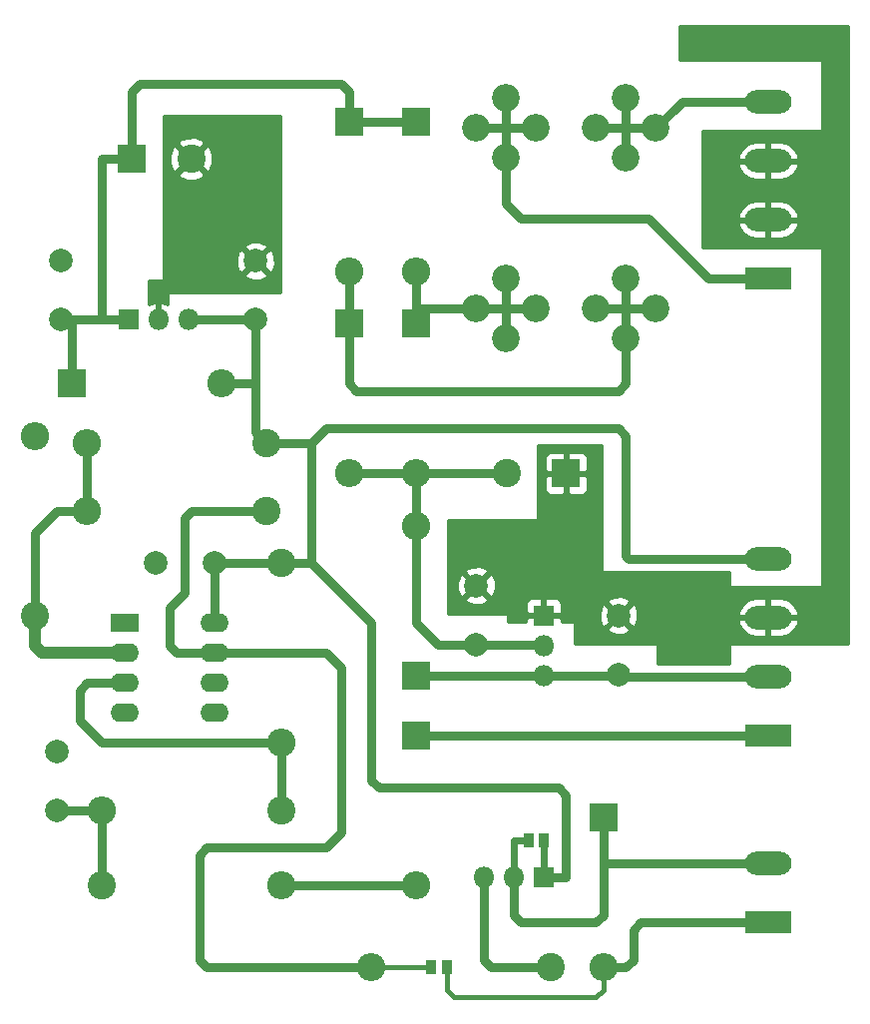
<source format=gbr>
G04 #@! TF.FileFunction,Copper,L2,Bot,Signal*
%FSLAX46Y46*%
G04 Gerber Fmt 4.6, Leading zero omitted, Abs format (unit mm)*
G04 Created by KiCad (PCBNEW 4.0.6) date Thu Apr 29 15:37:00 2021*
%MOMM*%
%LPD*%
G01*
G04 APERTURE LIST*
%ADD10C,0.100000*%
%ADD11R,2.400000X2.400000*%
%ADD12C,2.400000*%
%ADD13C,2.000000*%
%ADD14O,2.400000X2.400000*%
%ADD15C,2.350000*%
%ADD16R,3.960000X1.980000*%
%ADD17O,3.960000X1.980000*%
%ADD18R,0.970000X1.270000*%
%ADD19R,1.800000X1.800000*%
%ADD20O,1.800000X1.800000*%
%ADD21R,2.400000X1.600000*%
%ADD22O,2.400000X1.600000*%
%ADD23C,0.800000*%
%ADD24C,0.600000*%
%ADD25C,0.400000*%
%ADD26C,1.000000*%
%ADD27C,0.254000*%
G04 APERTURE END LIST*
D10*
D11*
X83820000Y-103505000D03*
D12*
X88820000Y-103505000D03*
D11*
X120650000Y-130175000D03*
D12*
X115650000Y-130175000D03*
D13*
X77787500Y-117157500D03*
X77787500Y-112157500D03*
X113030000Y-139700000D03*
X113030000Y-144700000D03*
X94297500Y-117157500D03*
X94297500Y-112157500D03*
X125095000Y-142240000D03*
X125095000Y-147240000D03*
X77470000Y-158750000D03*
X77470000Y-153750000D03*
X90805000Y-137795000D03*
X85805000Y-137795000D03*
D11*
X102235000Y-100330000D03*
D14*
X102235000Y-113030000D03*
D11*
X107950000Y-100330000D03*
D14*
X107950000Y-113030000D03*
D11*
X107950000Y-117475000D03*
D14*
X107950000Y-130175000D03*
D11*
X102235000Y-117475000D03*
D14*
X102235000Y-130175000D03*
D11*
X78740000Y-122555000D03*
D14*
X91440000Y-122555000D03*
D11*
X107950000Y-147320000D03*
D14*
X107950000Y-134620000D03*
D11*
X107950000Y-152400000D03*
D14*
X107950000Y-165100000D03*
D11*
X123825000Y-159385000D03*
D14*
X123825000Y-172085000D03*
D15*
X125730000Y-103425000D03*
X125730000Y-98345000D03*
X125730000Y-113665000D03*
X125730000Y-118745000D03*
X123190000Y-100885000D03*
X128270000Y-100885000D03*
X123190000Y-116205000D03*
X128270000Y-116205000D03*
X115570000Y-103425000D03*
X115570000Y-98345000D03*
X115570000Y-113665000D03*
X115570000Y-118745000D03*
X113030000Y-100885000D03*
X118110000Y-100885000D03*
X113030000Y-116205000D03*
X118110000Y-116205000D03*
D16*
X137795000Y-168275000D03*
D17*
X137795000Y-163275000D03*
D16*
X137795000Y-152400000D03*
D17*
X137795000Y-147400000D03*
X137795000Y-137400000D03*
X137795000Y-142400000D03*
D16*
X137795000Y-113665000D03*
D17*
X137795000Y-108665000D03*
X137795000Y-98665000D03*
X137795000Y-103665000D03*
D18*
X118750000Y-161290000D03*
X117470000Y-161290000D03*
D19*
X118745000Y-164465000D03*
D20*
X116205000Y-164465000D03*
X113665000Y-164465000D03*
D12*
X81280000Y-165100000D03*
D14*
X96520000Y-165100000D03*
D12*
X96520000Y-137795000D03*
D14*
X96520000Y-153035000D03*
D12*
X96520000Y-158750000D03*
D14*
X81280000Y-158750000D03*
D12*
X95250000Y-127635000D03*
D14*
X80010000Y-127635000D03*
D12*
X75565000Y-142240000D03*
D14*
X75565000Y-127000000D03*
D12*
X119380000Y-172085000D03*
D14*
X104140000Y-172085000D03*
D12*
X95250000Y-133350000D03*
D14*
X80010000Y-133350000D03*
D19*
X83502500Y-117157500D03*
D20*
X86042500Y-117157500D03*
X88582500Y-117157500D03*
D19*
X118745000Y-142240000D03*
D20*
X118745000Y-144780000D03*
X118745000Y-147320000D03*
D21*
X83185000Y-142875000D03*
D22*
X90805000Y-150495000D03*
X83185000Y-145415000D03*
X90805000Y-147955000D03*
X83185000Y-147955000D03*
X90805000Y-145415000D03*
X83185000Y-150495000D03*
X90805000Y-142875000D03*
D18*
X110495000Y-172085000D03*
X109215000Y-172085000D03*
D23*
X102235000Y-100330000D02*
X102235000Y-97790000D01*
X83820000Y-97790000D02*
X83820000Y-103505000D01*
X84455000Y-97155000D02*
X83820000Y-97790000D01*
X101600000Y-97155000D02*
X84455000Y-97155000D01*
X102235000Y-97790000D02*
X101600000Y-97155000D01*
X83820000Y-103505000D02*
X81280000Y-103505000D01*
X81280000Y-106045000D02*
X81280000Y-117157500D01*
X81280000Y-103505000D02*
X81280000Y-106045000D01*
X107950000Y-100330000D02*
X102235000Y-100330000D01*
X83820000Y-103505000D02*
X83185000Y-103505000D01*
X78740000Y-122555000D02*
X78740000Y-117157500D01*
X78740000Y-117157500D02*
X78740000Y-117475000D01*
X78740000Y-117475000D02*
X78740000Y-117157500D01*
X83502500Y-117157500D02*
X81280000Y-117157500D01*
X81280000Y-117157500D02*
X78740000Y-117157500D01*
X78740000Y-117157500D02*
X77787500Y-117157500D01*
X125730000Y-128270000D02*
X125730000Y-127000000D01*
X100330000Y-126365000D02*
X99060000Y-127635000D01*
X125095000Y-126365000D02*
X100330000Y-126365000D01*
X125730000Y-127000000D02*
X125095000Y-126365000D01*
X104140000Y-156210000D02*
X104775000Y-156845000D01*
X120650000Y-157480000D02*
X120650000Y-160020000D01*
X120015000Y-156845000D02*
X120650000Y-157480000D01*
X104775000Y-156845000D02*
X120015000Y-156845000D01*
X104140000Y-144145000D02*
X104140000Y-142875000D01*
X104140000Y-142875000D02*
X99060000Y-137795000D01*
X104140000Y-149225000D02*
X104140000Y-144145000D01*
X118745000Y-164465000D02*
X120650000Y-164465000D01*
X120650000Y-164465000D02*
X120650000Y-160020000D01*
X104140000Y-156210000D02*
X104140000Y-153035000D01*
X104140000Y-153035000D02*
X104140000Y-149225000D01*
X125730000Y-128270000D02*
X125730000Y-128905000D01*
X137795000Y-137400000D02*
X125970000Y-137400000D01*
X125730000Y-137160000D02*
X125730000Y-128905000D01*
X125970000Y-137400000D02*
X125730000Y-137160000D01*
X88582500Y-117157500D02*
X94297500Y-117157500D01*
X91440000Y-122555000D02*
X94297500Y-122555000D01*
X94297500Y-122555000D02*
X93980000Y-122555000D01*
X93980000Y-122555000D02*
X94297500Y-122555000D01*
X94297500Y-117157500D02*
X94297500Y-121920000D01*
X94297500Y-121920000D02*
X94297500Y-122555000D01*
X94297500Y-122555000D02*
X94297500Y-126682500D01*
X94297500Y-126682500D02*
X95250000Y-127635000D01*
X99060000Y-128905000D02*
X99060000Y-127635000D01*
X99060000Y-127635000D02*
X98425000Y-127635000D01*
X98425000Y-137795000D02*
X99060000Y-137795000D01*
X99060000Y-137795000D02*
X99060000Y-137160000D01*
D24*
X118750000Y-161290000D02*
X118750000Y-164460000D01*
X118750000Y-164460000D02*
X118745000Y-164465000D01*
D23*
X97155000Y-137795000D02*
X98425000Y-137795000D01*
X98425000Y-127635000D02*
X95250000Y-127635000D01*
X99060000Y-137160000D02*
X99060000Y-128905000D01*
X90805000Y-137795000D02*
X96520000Y-137795000D01*
X96520000Y-137795000D02*
X97155000Y-137795000D01*
X90805000Y-142875000D02*
X90805000Y-137795000D01*
X137795000Y-147400000D02*
X134700000Y-147400000D01*
X118745000Y-147320000D02*
X107950000Y-147320000D01*
X118745000Y-147320000D02*
X125015000Y-147320000D01*
X125015000Y-147320000D02*
X125095000Y-147240000D01*
X135255000Y-147400000D02*
X134700000Y-147400000D01*
X134700000Y-147400000D02*
X125255000Y-147400000D01*
X125255000Y-147400000D02*
X125095000Y-147240000D01*
X77470000Y-158750000D02*
X81280000Y-158750000D01*
X81280000Y-158750000D02*
X81280000Y-165100000D01*
X125730000Y-122555000D02*
X125095000Y-123190000D01*
X102870000Y-123190000D02*
X102235000Y-122555000D01*
X125095000Y-123190000D02*
X102870000Y-123190000D01*
X123190000Y-116205000D02*
X125730000Y-116205000D01*
X128270000Y-116205000D02*
X125730000Y-116205000D01*
X125730000Y-113665000D02*
X125730000Y-116205000D01*
X125730000Y-116205000D02*
X125730000Y-118745000D01*
X102235000Y-117475000D02*
X102235000Y-122555000D01*
X125730000Y-122555000D02*
X125730000Y-118745000D01*
X102235000Y-113030000D02*
X102235000Y-117475000D01*
X115570000Y-118745000D02*
X115570000Y-116205000D01*
X115570000Y-113665000D02*
X115570000Y-116205000D01*
X118110000Y-116205000D02*
X115570000Y-116205000D01*
X115570000Y-116205000D02*
X113030000Y-116205000D01*
X113030000Y-116205000D02*
X107950000Y-116205000D01*
X107950000Y-116205000D02*
X107950000Y-115570000D01*
X107950000Y-113030000D02*
X107950000Y-115570000D01*
X107950000Y-115570000D02*
X107950000Y-117475000D01*
X137795000Y-152400000D02*
X107950000Y-152400000D01*
X107950000Y-165100000D02*
X96520000Y-165100000D01*
X123825000Y-167640000D02*
X123190000Y-168275000D01*
X116205000Y-167640000D02*
X116840000Y-168275000D01*
X116840000Y-168275000D02*
X123190000Y-168275000D01*
X116205000Y-164465000D02*
X116205000Y-167640000D01*
X137795000Y-163275000D02*
X135255000Y-163275000D01*
X123825000Y-163275000D02*
X123825000Y-163830000D01*
X135255000Y-163275000D02*
X123825000Y-163275000D01*
D24*
X117470000Y-161290000D02*
X116205000Y-161290000D01*
X116205000Y-161290000D02*
X116205000Y-164465000D01*
D23*
X123825000Y-167640000D02*
X123825000Y-163830000D01*
X123825000Y-163830000D02*
X123825000Y-159385000D01*
D25*
X110495000Y-172085000D02*
X110495000Y-173995000D01*
X123825000Y-173990000D02*
X123825000Y-172085000D01*
X123190000Y-174625000D02*
X123825000Y-173990000D01*
X111125000Y-174625000D02*
X123190000Y-174625000D01*
X110495000Y-173995000D02*
X111125000Y-174625000D01*
D23*
X126365000Y-171450000D02*
X125730000Y-172085000D01*
X126365000Y-168910000D02*
X127000000Y-168275000D01*
X137795000Y-168275000D02*
X134620000Y-168275000D01*
X135255000Y-168275000D02*
X134620000Y-168275000D01*
X134620000Y-168275000D02*
X127000000Y-168275000D01*
X125730000Y-172085000D02*
X123825000Y-172085000D01*
X126365000Y-168910000D02*
X126365000Y-171450000D01*
X125730000Y-98345000D02*
X125730000Y-100885000D01*
X125730000Y-103425000D02*
X125730000Y-100885000D01*
X125730000Y-100885000D02*
X125730000Y-100965000D01*
X125730000Y-100965000D02*
X125730000Y-100885000D01*
X128270000Y-100885000D02*
X125730000Y-100885000D01*
X125730000Y-100885000D02*
X123190000Y-100885000D01*
X137795000Y-98665000D02*
X130490000Y-98665000D01*
X130490000Y-98665000D02*
X128270000Y-100885000D01*
X133350000Y-113665000D02*
X132715000Y-113665000D01*
X132715000Y-113665000D02*
X127635000Y-108585000D01*
X133985000Y-113665000D02*
X133350000Y-113665000D01*
X115570000Y-103425000D02*
X115570000Y-100885000D01*
X115570000Y-98345000D02*
X115570000Y-100885000D01*
X115570000Y-100885000D02*
X115570000Y-100965000D01*
X115570000Y-100965000D02*
X115570000Y-100885000D01*
X113030000Y-100885000D02*
X115570000Y-100885000D01*
X115570000Y-100885000D02*
X118110000Y-100885000D01*
X137795000Y-113665000D02*
X133985000Y-113665000D01*
X115570000Y-107315000D02*
X115570000Y-103425000D01*
X116840000Y-108585000D02*
X115570000Y-107315000D01*
X127635000Y-108585000D02*
X116840000Y-108585000D01*
D25*
X109215000Y-172085000D02*
X104140000Y-172085000D01*
D23*
X89535000Y-170815000D02*
X89535000Y-171450000D01*
X90170000Y-172085000D02*
X104140000Y-172085000D01*
X89535000Y-171450000D02*
X90170000Y-172085000D01*
X90805000Y-145415000D02*
X100330000Y-145415000D01*
X89535000Y-162560000D02*
X89535000Y-170815000D01*
X90170000Y-161925000D02*
X89535000Y-162560000D01*
X100330000Y-161925000D02*
X90170000Y-161925000D01*
X101600000Y-160655000D02*
X100330000Y-161925000D01*
X101600000Y-146685000D02*
X101600000Y-160655000D01*
X100330000Y-145415000D02*
X101600000Y-146685000D01*
X89535000Y-145415000D02*
X87630000Y-145415000D01*
X86995000Y-141605000D02*
X88265000Y-140335000D01*
X86995000Y-144780000D02*
X86995000Y-141605000D01*
X87630000Y-145415000D02*
X86995000Y-144780000D01*
X89535000Y-133350000D02*
X88900000Y-133350000D01*
X88265000Y-133985000D02*
X88265000Y-140335000D01*
X88900000Y-133350000D02*
X88265000Y-133985000D01*
X90805000Y-133350000D02*
X89535000Y-133350000D01*
X95250000Y-133350000D02*
X90805000Y-133350000D01*
X89535000Y-145415000D02*
X90805000Y-145415000D01*
X113665000Y-170815000D02*
X113665000Y-171450000D01*
X114300000Y-172085000D02*
X119380000Y-172085000D01*
X113665000Y-171450000D02*
X114300000Y-172085000D01*
X113665000Y-170815000D02*
X113665000Y-164465000D01*
X88265000Y-153035000D02*
X81280000Y-153035000D01*
X80010000Y-147955000D02*
X83185000Y-147955000D01*
X79375000Y-148590000D02*
X80010000Y-147955000D01*
X79375000Y-151130000D02*
X79375000Y-148590000D01*
X81280000Y-153035000D02*
X79375000Y-151130000D01*
X96520000Y-158750000D02*
X96520000Y-153035000D01*
X96520000Y-153035000D02*
X88265000Y-153035000D01*
X75565000Y-142240000D02*
X75565000Y-135255000D01*
X77470000Y-133350000D02*
X80010000Y-133350000D01*
X75565000Y-135255000D02*
X77470000Y-133350000D01*
D26*
X75565000Y-144780000D02*
X76200000Y-145415000D01*
X76200000Y-145415000D02*
X76835000Y-145415000D01*
X75565000Y-142240000D02*
X75565000Y-144780000D01*
X76835000Y-145415000D02*
X83185000Y-145415000D01*
D23*
X80010000Y-127635000D02*
X80010000Y-133350000D01*
X109855000Y-144700000D02*
X109775000Y-144700000D01*
X109775000Y-144700000D02*
X107950000Y-142875000D01*
X102235000Y-130175000D02*
X107950000Y-130175000D01*
X115650000Y-130175000D02*
X107950000Y-130175000D01*
X107950000Y-134620000D02*
X107950000Y-130175000D01*
X107950000Y-134620000D02*
X107950000Y-142875000D01*
X109855000Y-144700000D02*
X113030000Y-144700000D01*
X113030000Y-144700000D02*
X118665000Y-144700000D01*
X118665000Y-144700000D02*
X118745000Y-144780000D01*
D27*
G36*
X144589500Y-144653000D02*
X134620000Y-144653000D01*
X134570590Y-144663006D01*
X134528965Y-144691447D01*
X134501685Y-144733841D01*
X134493000Y-144780000D01*
X134493000Y-146365000D01*
X128397000Y-146365000D01*
X128397000Y-144780000D01*
X128386994Y-144730590D01*
X128358553Y-144688965D01*
X128316159Y-144661685D01*
X128270000Y-144653000D01*
X121412000Y-144653000D01*
X121412000Y-143392532D01*
X124122073Y-143392532D01*
X124220736Y-143659387D01*
X124830461Y-143885908D01*
X125480460Y-143861856D01*
X125969264Y-143659387D01*
X126067927Y-143392532D01*
X125095000Y-142419605D01*
X124122073Y-143392532D01*
X121412000Y-143392532D01*
X121412000Y-142875000D01*
X121401994Y-142825590D01*
X121373553Y-142783965D01*
X121331159Y-142756685D01*
X121285000Y-142748000D01*
X120280000Y-142748000D01*
X120280000Y-142525750D01*
X120121250Y-142367000D01*
X118872000Y-142367000D01*
X118872000Y-142387000D01*
X118618000Y-142387000D01*
X118618000Y-142367000D01*
X117368750Y-142367000D01*
X117210000Y-142525750D01*
X117210000Y-142748000D01*
X115697000Y-142748000D01*
X115697000Y-142240000D01*
X115686994Y-142190590D01*
X115658553Y-142148965D01*
X115616159Y-142121685D01*
X115570000Y-142113000D01*
X110617000Y-142113000D01*
X110617000Y-140852532D01*
X112057073Y-140852532D01*
X112155736Y-141119387D01*
X112765461Y-141345908D01*
X113415460Y-141321856D01*
X113676593Y-141213691D01*
X117210000Y-141213691D01*
X117210000Y-141954250D01*
X117368750Y-142113000D01*
X118618000Y-142113000D01*
X118618000Y-140863750D01*
X118872000Y-140863750D01*
X118872000Y-142113000D01*
X120121250Y-142113000D01*
X120258789Y-141975461D01*
X123449092Y-141975461D01*
X123473144Y-142625460D01*
X123675613Y-143114264D01*
X123942468Y-143212927D01*
X124915395Y-142240000D01*
X125274605Y-142240000D01*
X126247532Y-143212927D01*
X126514387Y-143114264D01*
X126638992Y-142778865D01*
X135224782Y-142778865D01*
X135255095Y-142904528D01*
X135566149Y-143459246D01*
X136065807Y-143852703D01*
X136678000Y-144025000D01*
X137668000Y-144025000D01*
X137668000Y-142527000D01*
X137922000Y-142527000D01*
X137922000Y-144025000D01*
X138912000Y-144025000D01*
X139524193Y-143852703D01*
X140023851Y-143459246D01*
X140334905Y-142904528D01*
X140365218Y-142778865D01*
X140245740Y-142527000D01*
X137922000Y-142527000D01*
X137668000Y-142527000D01*
X135344260Y-142527000D01*
X135224782Y-142778865D01*
X126638992Y-142778865D01*
X126740908Y-142504539D01*
X126723021Y-142021135D01*
X135224782Y-142021135D01*
X135344260Y-142273000D01*
X137668000Y-142273000D01*
X137668000Y-140775000D01*
X137922000Y-140775000D01*
X137922000Y-142273000D01*
X140245740Y-142273000D01*
X140365218Y-142021135D01*
X140334905Y-141895472D01*
X140023851Y-141340754D01*
X139524193Y-140947297D01*
X138912000Y-140775000D01*
X137922000Y-140775000D01*
X137668000Y-140775000D01*
X136678000Y-140775000D01*
X136065807Y-140947297D01*
X135566149Y-141340754D01*
X135255095Y-141895472D01*
X135224782Y-142021135D01*
X126723021Y-142021135D01*
X126716856Y-141854540D01*
X126514387Y-141365736D01*
X126247532Y-141267073D01*
X125274605Y-142240000D01*
X124915395Y-142240000D01*
X123942468Y-141267073D01*
X123675613Y-141365736D01*
X123449092Y-141975461D01*
X120258789Y-141975461D01*
X120280000Y-141954250D01*
X120280000Y-141213691D01*
X120227717Y-141087468D01*
X124122073Y-141087468D01*
X125095000Y-142060395D01*
X126067927Y-141087468D01*
X125969264Y-140820613D01*
X125359539Y-140594092D01*
X124709540Y-140618144D01*
X124220736Y-140820613D01*
X124122073Y-141087468D01*
X120227717Y-141087468D01*
X120183327Y-140980302D01*
X120004699Y-140801673D01*
X119771310Y-140705000D01*
X119030750Y-140705000D01*
X118872000Y-140863750D01*
X118618000Y-140863750D01*
X118459250Y-140705000D01*
X117718690Y-140705000D01*
X117485301Y-140801673D01*
X117306673Y-140980302D01*
X117210000Y-141213691D01*
X113676593Y-141213691D01*
X113904264Y-141119387D01*
X114002927Y-140852532D01*
X113030000Y-139879605D01*
X112057073Y-140852532D01*
X110617000Y-140852532D01*
X110617000Y-139435461D01*
X111384092Y-139435461D01*
X111408144Y-140085460D01*
X111610613Y-140574264D01*
X111877468Y-140672927D01*
X112850395Y-139700000D01*
X113209605Y-139700000D01*
X114182532Y-140672927D01*
X114449387Y-140574264D01*
X114675908Y-139964539D01*
X114651856Y-139314540D01*
X114449387Y-138825736D01*
X114182532Y-138727073D01*
X113209605Y-139700000D01*
X112850395Y-139700000D01*
X111877468Y-138727073D01*
X111610613Y-138825736D01*
X111384092Y-139435461D01*
X110617000Y-139435461D01*
X110617000Y-138547468D01*
X112057073Y-138547468D01*
X113030000Y-139520395D01*
X114002927Y-138547468D01*
X113904264Y-138280613D01*
X113294539Y-138054092D01*
X112644540Y-138078144D01*
X112155736Y-138280613D01*
X112057073Y-138547468D01*
X110617000Y-138547468D01*
X110617000Y-134112000D01*
X118110000Y-134112000D01*
X118159410Y-134101994D01*
X118201035Y-134073553D01*
X118228315Y-134031159D01*
X118237000Y-133985000D01*
X118237000Y-130460750D01*
X118815000Y-130460750D01*
X118815000Y-131501310D01*
X118911673Y-131734699D01*
X119090302Y-131913327D01*
X119323691Y-132010000D01*
X120364250Y-132010000D01*
X120523000Y-131851250D01*
X120523000Y-130302000D01*
X120777000Y-130302000D01*
X120777000Y-131851250D01*
X120935750Y-132010000D01*
X121976309Y-132010000D01*
X122209698Y-131913327D01*
X122388327Y-131734699D01*
X122485000Y-131501310D01*
X122485000Y-130460750D01*
X122326250Y-130302000D01*
X120777000Y-130302000D01*
X120523000Y-130302000D01*
X118973750Y-130302000D01*
X118815000Y-130460750D01*
X118237000Y-130460750D01*
X118237000Y-128848690D01*
X118815000Y-128848690D01*
X118815000Y-129889250D01*
X118973750Y-130048000D01*
X120523000Y-130048000D01*
X120523000Y-128498750D01*
X120777000Y-128498750D01*
X120777000Y-130048000D01*
X122326250Y-130048000D01*
X122485000Y-129889250D01*
X122485000Y-128848690D01*
X122388327Y-128615301D01*
X122209698Y-128436673D01*
X121976309Y-128340000D01*
X120935750Y-128340000D01*
X120777000Y-128498750D01*
X120523000Y-128498750D01*
X120364250Y-128340000D01*
X119323691Y-128340000D01*
X119090302Y-128436673D01*
X118911673Y-128615301D01*
X118815000Y-128848690D01*
X118237000Y-128848690D01*
X118237000Y-127762000D01*
X123698000Y-127762000D01*
X123698000Y-138430000D01*
X123708006Y-138479410D01*
X123736447Y-138521035D01*
X123778841Y-138548315D01*
X123825000Y-138557000D01*
X134493000Y-138557000D01*
X134493000Y-139700000D01*
X134503006Y-139749410D01*
X134531447Y-139791035D01*
X134573841Y-139818315D01*
X134620000Y-139827000D01*
X142240000Y-139827000D01*
X142289410Y-139816994D01*
X142331035Y-139788553D01*
X142358315Y-139746159D01*
X142367000Y-139700000D01*
X142367000Y-111125000D01*
X142356994Y-111075590D01*
X142328553Y-111033965D01*
X142286159Y-111006685D01*
X142240000Y-110998000D01*
X132207000Y-110998000D01*
X132207000Y-109043865D01*
X135224782Y-109043865D01*
X135255095Y-109169528D01*
X135566149Y-109724246D01*
X136065807Y-110117703D01*
X136678000Y-110290000D01*
X137668000Y-110290000D01*
X137668000Y-108792000D01*
X137922000Y-108792000D01*
X137922000Y-110290000D01*
X138912000Y-110290000D01*
X139524193Y-110117703D01*
X140023851Y-109724246D01*
X140334905Y-109169528D01*
X140365218Y-109043865D01*
X140245740Y-108792000D01*
X137922000Y-108792000D01*
X137668000Y-108792000D01*
X135344260Y-108792000D01*
X135224782Y-109043865D01*
X132207000Y-109043865D01*
X132207000Y-108286135D01*
X135224782Y-108286135D01*
X135344260Y-108538000D01*
X137668000Y-108538000D01*
X137668000Y-107040000D01*
X137922000Y-107040000D01*
X137922000Y-108538000D01*
X140245740Y-108538000D01*
X140365218Y-108286135D01*
X140334905Y-108160472D01*
X140023851Y-107605754D01*
X139524193Y-107212297D01*
X138912000Y-107040000D01*
X137922000Y-107040000D01*
X137668000Y-107040000D01*
X136678000Y-107040000D01*
X136065807Y-107212297D01*
X135566149Y-107605754D01*
X135255095Y-108160472D01*
X135224782Y-108286135D01*
X132207000Y-108286135D01*
X132207000Y-104043865D01*
X135224782Y-104043865D01*
X135255095Y-104169528D01*
X135566149Y-104724246D01*
X136065807Y-105117703D01*
X136678000Y-105290000D01*
X137668000Y-105290000D01*
X137668000Y-103792000D01*
X137922000Y-103792000D01*
X137922000Y-105290000D01*
X138912000Y-105290000D01*
X139524193Y-105117703D01*
X140023851Y-104724246D01*
X140334905Y-104169528D01*
X140365218Y-104043865D01*
X140245740Y-103792000D01*
X137922000Y-103792000D01*
X137668000Y-103792000D01*
X135344260Y-103792000D01*
X135224782Y-104043865D01*
X132207000Y-104043865D01*
X132207000Y-103286135D01*
X135224782Y-103286135D01*
X135344260Y-103538000D01*
X137668000Y-103538000D01*
X137668000Y-102040000D01*
X137922000Y-102040000D01*
X137922000Y-103538000D01*
X140245740Y-103538000D01*
X140365218Y-103286135D01*
X140334905Y-103160472D01*
X140023851Y-102605754D01*
X139524193Y-102212297D01*
X138912000Y-102040000D01*
X137922000Y-102040000D01*
X137668000Y-102040000D01*
X136678000Y-102040000D01*
X136065807Y-102212297D01*
X135566149Y-102605754D01*
X135255095Y-103160472D01*
X135224782Y-103286135D01*
X132207000Y-103286135D01*
X132207000Y-101092000D01*
X142240000Y-101092000D01*
X142289410Y-101081994D01*
X142331035Y-101053553D01*
X142358315Y-101011159D01*
X142367000Y-100965000D01*
X142367000Y-95250000D01*
X142356994Y-95200590D01*
X142328553Y-95158965D01*
X142286159Y-95131685D01*
X142240000Y-95123000D01*
X130302000Y-95123000D01*
X130302000Y-92202000D01*
X144589500Y-92202000D01*
X144589500Y-144653000D01*
X144589500Y-144653000D01*
G37*
X144589500Y-144653000D02*
X134620000Y-144653000D01*
X134570590Y-144663006D01*
X134528965Y-144691447D01*
X134501685Y-144733841D01*
X134493000Y-144780000D01*
X134493000Y-146365000D01*
X128397000Y-146365000D01*
X128397000Y-144780000D01*
X128386994Y-144730590D01*
X128358553Y-144688965D01*
X128316159Y-144661685D01*
X128270000Y-144653000D01*
X121412000Y-144653000D01*
X121412000Y-143392532D01*
X124122073Y-143392532D01*
X124220736Y-143659387D01*
X124830461Y-143885908D01*
X125480460Y-143861856D01*
X125969264Y-143659387D01*
X126067927Y-143392532D01*
X125095000Y-142419605D01*
X124122073Y-143392532D01*
X121412000Y-143392532D01*
X121412000Y-142875000D01*
X121401994Y-142825590D01*
X121373553Y-142783965D01*
X121331159Y-142756685D01*
X121285000Y-142748000D01*
X120280000Y-142748000D01*
X120280000Y-142525750D01*
X120121250Y-142367000D01*
X118872000Y-142367000D01*
X118872000Y-142387000D01*
X118618000Y-142387000D01*
X118618000Y-142367000D01*
X117368750Y-142367000D01*
X117210000Y-142525750D01*
X117210000Y-142748000D01*
X115697000Y-142748000D01*
X115697000Y-142240000D01*
X115686994Y-142190590D01*
X115658553Y-142148965D01*
X115616159Y-142121685D01*
X115570000Y-142113000D01*
X110617000Y-142113000D01*
X110617000Y-140852532D01*
X112057073Y-140852532D01*
X112155736Y-141119387D01*
X112765461Y-141345908D01*
X113415460Y-141321856D01*
X113676593Y-141213691D01*
X117210000Y-141213691D01*
X117210000Y-141954250D01*
X117368750Y-142113000D01*
X118618000Y-142113000D01*
X118618000Y-140863750D01*
X118872000Y-140863750D01*
X118872000Y-142113000D01*
X120121250Y-142113000D01*
X120258789Y-141975461D01*
X123449092Y-141975461D01*
X123473144Y-142625460D01*
X123675613Y-143114264D01*
X123942468Y-143212927D01*
X124915395Y-142240000D01*
X125274605Y-142240000D01*
X126247532Y-143212927D01*
X126514387Y-143114264D01*
X126638992Y-142778865D01*
X135224782Y-142778865D01*
X135255095Y-142904528D01*
X135566149Y-143459246D01*
X136065807Y-143852703D01*
X136678000Y-144025000D01*
X137668000Y-144025000D01*
X137668000Y-142527000D01*
X137922000Y-142527000D01*
X137922000Y-144025000D01*
X138912000Y-144025000D01*
X139524193Y-143852703D01*
X140023851Y-143459246D01*
X140334905Y-142904528D01*
X140365218Y-142778865D01*
X140245740Y-142527000D01*
X137922000Y-142527000D01*
X137668000Y-142527000D01*
X135344260Y-142527000D01*
X135224782Y-142778865D01*
X126638992Y-142778865D01*
X126740908Y-142504539D01*
X126723021Y-142021135D01*
X135224782Y-142021135D01*
X135344260Y-142273000D01*
X137668000Y-142273000D01*
X137668000Y-140775000D01*
X137922000Y-140775000D01*
X137922000Y-142273000D01*
X140245740Y-142273000D01*
X140365218Y-142021135D01*
X140334905Y-141895472D01*
X140023851Y-141340754D01*
X139524193Y-140947297D01*
X138912000Y-140775000D01*
X137922000Y-140775000D01*
X137668000Y-140775000D01*
X136678000Y-140775000D01*
X136065807Y-140947297D01*
X135566149Y-141340754D01*
X135255095Y-141895472D01*
X135224782Y-142021135D01*
X126723021Y-142021135D01*
X126716856Y-141854540D01*
X126514387Y-141365736D01*
X126247532Y-141267073D01*
X125274605Y-142240000D01*
X124915395Y-142240000D01*
X123942468Y-141267073D01*
X123675613Y-141365736D01*
X123449092Y-141975461D01*
X120258789Y-141975461D01*
X120280000Y-141954250D01*
X120280000Y-141213691D01*
X120227717Y-141087468D01*
X124122073Y-141087468D01*
X125095000Y-142060395D01*
X126067927Y-141087468D01*
X125969264Y-140820613D01*
X125359539Y-140594092D01*
X124709540Y-140618144D01*
X124220736Y-140820613D01*
X124122073Y-141087468D01*
X120227717Y-141087468D01*
X120183327Y-140980302D01*
X120004699Y-140801673D01*
X119771310Y-140705000D01*
X119030750Y-140705000D01*
X118872000Y-140863750D01*
X118618000Y-140863750D01*
X118459250Y-140705000D01*
X117718690Y-140705000D01*
X117485301Y-140801673D01*
X117306673Y-140980302D01*
X117210000Y-141213691D01*
X113676593Y-141213691D01*
X113904264Y-141119387D01*
X114002927Y-140852532D01*
X113030000Y-139879605D01*
X112057073Y-140852532D01*
X110617000Y-140852532D01*
X110617000Y-139435461D01*
X111384092Y-139435461D01*
X111408144Y-140085460D01*
X111610613Y-140574264D01*
X111877468Y-140672927D01*
X112850395Y-139700000D01*
X113209605Y-139700000D01*
X114182532Y-140672927D01*
X114449387Y-140574264D01*
X114675908Y-139964539D01*
X114651856Y-139314540D01*
X114449387Y-138825736D01*
X114182532Y-138727073D01*
X113209605Y-139700000D01*
X112850395Y-139700000D01*
X111877468Y-138727073D01*
X111610613Y-138825736D01*
X111384092Y-139435461D01*
X110617000Y-139435461D01*
X110617000Y-138547468D01*
X112057073Y-138547468D01*
X113030000Y-139520395D01*
X114002927Y-138547468D01*
X113904264Y-138280613D01*
X113294539Y-138054092D01*
X112644540Y-138078144D01*
X112155736Y-138280613D01*
X112057073Y-138547468D01*
X110617000Y-138547468D01*
X110617000Y-134112000D01*
X118110000Y-134112000D01*
X118159410Y-134101994D01*
X118201035Y-134073553D01*
X118228315Y-134031159D01*
X118237000Y-133985000D01*
X118237000Y-130460750D01*
X118815000Y-130460750D01*
X118815000Y-131501310D01*
X118911673Y-131734699D01*
X119090302Y-131913327D01*
X119323691Y-132010000D01*
X120364250Y-132010000D01*
X120523000Y-131851250D01*
X120523000Y-130302000D01*
X120777000Y-130302000D01*
X120777000Y-131851250D01*
X120935750Y-132010000D01*
X121976309Y-132010000D01*
X122209698Y-131913327D01*
X122388327Y-131734699D01*
X122485000Y-131501310D01*
X122485000Y-130460750D01*
X122326250Y-130302000D01*
X120777000Y-130302000D01*
X120523000Y-130302000D01*
X118973750Y-130302000D01*
X118815000Y-130460750D01*
X118237000Y-130460750D01*
X118237000Y-128848690D01*
X118815000Y-128848690D01*
X118815000Y-129889250D01*
X118973750Y-130048000D01*
X120523000Y-130048000D01*
X120523000Y-128498750D01*
X120777000Y-128498750D01*
X120777000Y-130048000D01*
X122326250Y-130048000D01*
X122485000Y-129889250D01*
X122485000Y-128848690D01*
X122388327Y-128615301D01*
X122209698Y-128436673D01*
X121976309Y-128340000D01*
X120935750Y-128340000D01*
X120777000Y-128498750D01*
X120523000Y-128498750D01*
X120364250Y-128340000D01*
X119323691Y-128340000D01*
X119090302Y-128436673D01*
X118911673Y-128615301D01*
X118815000Y-128848690D01*
X118237000Y-128848690D01*
X118237000Y-127762000D01*
X123698000Y-127762000D01*
X123698000Y-138430000D01*
X123708006Y-138479410D01*
X123736447Y-138521035D01*
X123778841Y-138548315D01*
X123825000Y-138557000D01*
X134493000Y-138557000D01*
X134493000Y-139700000D01*
X134503006Y-139749410D01*
X134531447Y-139791035D01*
X134573841Y-139818315D01*
X134620000Y-139827000D01*
X142240000Y-139827000D01*
X142289410Y-139816994D01*
X142331035Y-139788553D01*
X142358315Y-139746159D01*
X142367000Y-139700000D01*
X142367000Y-111125000D01*
X142356994Y-111075590D01*
X142328553Y-111033965D01*
X142286159Y-111006685D01*
X142240000Y-110998000D01*
X132207000Y-110998000D01*
X132207000Y-109043865D01*
X135224782Y-109043865D01*
X135255095Y-109169528D01*
X135566149Y-109724246D01*
X136065807Y-110117703D01*
X136678000Y-110290000D01*
X137668000Y-110290000D01*
X137668000Y-108792000D01*
X137922000Y-108792000D01*
X137922000Y-110290000D01*
X138912000Y-110290000D01*
X139524193Y-110117703D01*
X140023851Y-109724246D01*
X140334905Y-109169528D01*
X140365218Y-109043865D01*
X140245740Y-108792000D01*
X137922000Y-108792000D01*
X137668000Y-108792000D01*
X135344260Y-108792000D01*
X135224782Y-109043865D01*
X132207000Y-109043865D01*
X132207000Y-108286135D01*
X135224782Y-108286135D01*
X135344260Y-108538000D01*
X137668000Y-108538000D01*
X137668000Y-107040000D01*
X137922000Y-107040000D01*
X137922000Y-108538000D01*
X140245740Y-108538000D01*
X140365218Y-108286135D01*
X140334905Y-108160472D01*
X140023851Y-107605754D01*
X139524193Y-107212297D01*
X138912000Y-107040000D01*
X137922000Y-107040000D01*
X137668000Y-107040000D01*
X136678000Y-107040000D01*
X136065807Y-107212297D01*
X135566149Y-107605754D01*
X135255095Y-108160472D01*
X135224782Y-108286135D01*
X132207000Y-108286135D01*
X132207000Y-104043865D01*
X135224782Y-104043865D01*
X135255095Y-104169528D01*
X135566149Y-104724246D01*
X136065807Y-105117703D01*
X136678000Y-105290000D01*
X137668000Y-105290000D01*
X137668000Y-103792000D01*
X137922000Y-103792000D01*
X137922000Y-105290000D01*
X138912000Y-105290000D01*
X139524193Y-105117703D01*
X140023851Y-104724246D01*
X140334905Y-104169528D01*
X140365218Y-104043865D01*
X140245740Y-103792000D01*
X137922000Y-103792000D01*
X137668000Y-103792000D01*
X135344260Y-103792000D01*
X135224782Y-104043865D01*
X132207000Y-104043865D01*
X132207000Y-103286135D01*
X135224782Y-103286135D01*
X135344260Y-103538000D01*
X137668000Y-103538000D01*
X137668000Y-102040000D01*
X137922000Y-102040000D01*
X137922000Y-103538000D01*
X140245740Y-103538000D01*
X140365218Y-103286135D01*
X140334905Y-103160472D01*
X140023851Y-102605754D01*
X139524193Y-102212297D01*
X138912000Y-102040000D01*
X137922000Y-102040000D01*
X137668000Y-102040000D01*
X136678000Y-102040000D01*
X136065807Y-102212297D01*
X135566149Y-102605754D01*
X135255095Y-103160472D01*
X135224782Y-103286135D01*
X132207000Y-103286135D01*
X132207000Y-101092000D01*
X142240000Y-101092000D01*
X142289410Y-101081994D01*
X142331035Y-101053553D01*
X142358315Y-101011159D01*
X142367000Y-100965000D01*
X142367000Y-95250000D01*
X142356994Y-95200590D01*
X142328553Y-95158965D01*
X142286159Y-95131685D01*
X142240000Y-95123000D01*
X130302000Y-95123000D01*
X130302000Y-92202000D01*
X144589500Y-92202000D01*
X144589500Y-144653000D01*
G36*
X96393000Y-114808000D02*
X86995000Y-114808000D01*
X86945590Y-114818006D01*
X86903965Y-114846447D01*
X86876685Y-114888841D01*
X86868000Y-114935000D01*
X86868000Y-115881269D01*
X86407242Y-115666454D01*
X86169500Y-115786503D01*
X86169500Y-117030500D01*
X86189500Y-117030500D01*
X86189500Y-117284500D01*
X86169500Y-117284500D01*
X86169500Y-117304500D01*
X85915500Y-117304500D01*
X85915500Y-117284500D01*
X85895500Y-117284500D01*
X85895500Y-117030500D01*
X85915500Y-117030500D01*
X85915500Y-115786503D01*
X85677758Y-115666454D01*
X85217000Y-115881269D01*
X85217000Y-113792000D01*
X86360000Y-113792000D01*
X86409410Y-113781994D01*
X86451035Y-113753553D01*
X86478315Y-113711159D01*
X86487000Y-113665000D01*
X86487000Y-113310032D01*
X93324573Y-113310032D01*
X93423236Y-113576887D01*
X94032961Y-113803408D01*
X94682960Y-113779356D01*
X95171764Y-113576887D01*
X95270427Y-113310032D01*
X94297500Y-112337105D01*
X93324573Y-113310032D01*
X86487000Y-113310032D01*
X86487000Y-111892961D01*
X92651592Y-111892961D01*
X92675644Y-112542960D01*
X92878113Y-113031764D01*
X93144968Y-113130427D01*
X94117895Y-112157500D01*
X94477105Y-112157500D01*
X95450032Y-113130427D01*
X95716887Y-113031764D01*
X95943408Y-112422039D01*
X95919356Y-111772040D01*
X95716887Y-111283236D01*
X95450032Y-111184573D01*
X94477105Y-112157500D01*
X94117895Y-112157500D01*
X93144968Y-111184573D01*
X92878113Y-111283236D01*
X92651592Y-111892961D01*
X86487000Y-111892961D01*
X86487000Y-111004968D01*
X93324573Y-111004968D01*
X94297500Y-111977895D01*
X95270427Y-111004968D01*
X95171764Y-110738113D01*
X94562039Y-110511592D01*
X93912040Y-110535644D01*
X93423236Y-110738113D01*
X93324573Y-111004968D01*
X86487000Y-111004968D01*
X86487000Y-104802175D01*
X87702430Y-104802175D01*
X87825565Y-105089788D01*
X88507734Y-105349707D01*
X89237443Y-105328786D01*
X89814435Y-105089788D01*
X89937570Y-104802175D01*
X88820000Y-103684605D01*
X87702430Y-104802175D01*
X86487000Y-104802175D01*
X86487000Y-103192734D01*
X86975293Y-103192734D01*
X86996214Y-103922443D01*
X87235212Y-104499435D01*
X87522825Y-104622570D01*
X88640395Y-103505000D01*
X88999605Y-103505000D01*
X90117175Y-104622570D01*
X90404788Y-104499435D01*
X90664707Y-103817266D01*
X90643786Y-103087557D01*
X90404788Y-102510565D01*
X90117175Y-102387430D01*
X88999605Y-103505000D01*
X88640395Y-103505000D01*
X87522825Y-102387430D01*
X87235212Y-102510565D01*
X86975293Y-103192734D01*
X86487000Y-103192734D01*
X86487000Y-102207825D01*
X87702430Y-102207825D01*
X88820000Y-103325395D01*
X89937570Y-102207825D01*
X89814435Y-101920212D01*
X89132266Y-101660293D01*
X88402557Y-101681214D01*
X87825565Y-101920212D01*
X87702430Y-102207825D01*
X86487000Y-102207825D01*
X86487000Y-99822000D01*
X96393000Y-99822000D01*
X96393000Y-114808000D01*
X96393000Y-114808000D01*
G37*
X96393000Y-114808000D02*
X86995000Y-114808000D01*
X86945590Y-114818006D01*
X86903965Y-114846447D01*
X86876685Y-114888841D01*
X86868000Y-114935000D01*
X86868000Y-115881269D01*
X86407242Y-115666454D01*
X86169500Y-115786503D01*
X86169500Y-117030500D01*
X86189500Y-117030500D01*
X86189500Y-117284500D01*
X86169500Y-117284500D01*
X86169500Y-117304500D01*
X85915500Y-117304500D01*
X85915500Y-117284500D01*
X85895500Y-117284500D01*
X85895500Y-117030500D01*
X85915500Y-117030500D01*
X85915500Y-115786503D01*
X85677758Y-115666454D01*
X85217000Y-115881269D01*
X85217000Y-113792000D01*
X86360000Y-113792000D01*
X86409410Y-113781994D01*
X86451035Y-113753553D01*
X86478315Y-113711159D01*
X86487000Y-113665000D01*
X86487000Y-113310032D01*
X93324573Y-113310032D01*
X93423236Y-113576887D01*
X94032961Y-113803408D01*
X94682960Y-113779356D01*
X95171764Y-113576887D01*
X95270427Y-113310032D01*
X94297500Y-112337105D01*
X93324573Y-113310032D01*
X86487000Y-113310032D01*
X86487000Y-111892961D01*
X92651592Y-111892961D01*
X92675644Y-112542960D01*
X92878113Y-113031764D01*
X93144968Y-113130427D01*
X94117895Y-112157500D01*
X94477105Y-112157500D01*
X95450032Y-113130427D01*
X95716887Y-113031764D01*
X95943408Y-112422039D01*
X95919356Y-111772040D01*
X95716887Y-111283236D01*
X95450032Y-111184573D01*
X94477105Y-112157500D01*
X94117895Y-112157500D01*
X93144968Y-111184573D01*
X92878113Y-111283236D01*
X92651592Y-111892961D01*
X86487000Y-111892961D01*
X86487000Y-111004968D01*
X93324573Y-111004968D01*
X94297500Y-111977895D01*
X95270427Y-111004968D01*
X95171764Y-110738113D01*
X94562039Y-110511592D01*
X93912040Y-110535644D01*
X93423236Y-110738113D01*
X93324573Y-111004968D01*
X86487000Y-111004968D01*
X86487000Y-104802175D01*
X87702430Y-104802175D01*
X87825565Y-105089788D01*
X88507734Y-105349707D01*
X89237443Y-105328786D01*
X89814435Y-105089788D01*
X89937570Y-104802175D01*
X88820000Y-103684605D01*
X87702430Y-104802175D01*
X86487000Y-104802175D01*
X86487000Y-103192734D01*
X86975293Y-103192734D01*
X86996214Y-103922443D01*
X87235212Y-104499435D01*
X87522825Y-104622570D01*
X88640395Y-103505000D01*
X88999605Y-103505000D01*
X90117175Y-104622570D01*
X90404788Y-104499435D01*
X90664707Y-103817266D01*
X90643786Y-103087557D01*
X90404788Y-102510565D01*
X90117175Y-102387430D01*
X88999605Y-103505000D01*
X88640395Y-103505000D01*
X87522825Y-102387430D01*
X87235212Y-102510565D01*
X86975293Y-103192734D01*
X86487000Y-103192734D01*
X86487000Y-102207825D01*
X87702430Y-102207825D01*
X88820000Y-103325395D01*
X89937570Y-102207825D01*
X89814435Y-101920212D01*
X89132266Y-101660293D01*
X88402557Y-101681214D01*
X87825565Y-101920212D01*
X87702430Y-102207825D01*
X86487000Y-102207825D01*
X86487000Y-99822000D01*
X96393000Y-99822000D01*
X96393000Y-114808000D01*
M02*

</source>
